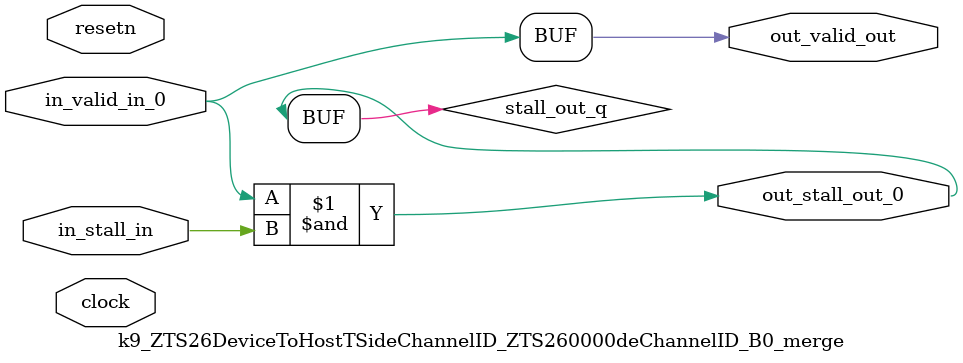
<source format=sv>



(* altera_attribute = "-name AUTO_SHIFT_REGISTER_RECOGNITION OFF; -name MESSAGE_DISABLE 10036; -name MESSAGE_DISABLE 10037; -name MESSAGE_DISABLE 14130; -name MESSAGE_DISABLE 14320; -name MESSAGE_DISABLE 15400; -name MESSAGE_DISABLE 14130; -name MESSAGE_DISABLE 10036; -name MESSAGE_DISABLE 12020; -name MESSAGE_DISABLE 12030; -name MESSAGE_DISABLE 12010; -name MESSAGE_DISABLE 12110; -name MESSAGE_DISABLE 14320; -name MESSAGE_DISABLE 13410; -name MESSAGE_DISABLE 113007; -name MESSAGE_DISABLE 10958" *)
module k9_ZTS26DeviceToHostTSideChannelID_ZTS260000deChannelID_B0_merge (
    input wire [0:0] in_stall_in,
    input wire [0:0] in_valid_in_0,
    output wire [0:0] out_stall_out_0,
    output wire [0:0] out_valid_out,
    input wire clock,
    input wire resetn
    );

    wire [0:0] stall_out_q;


    // stall_out(LOGICAL,6)
    assign stall_out_q = in_valid_in_0 & in_stall_in;

    // out_stall_out_0(GPOUT,4)
    assign out_stall_out_0 = stall_out_q;

    // out_valid_out(GPOUT,5)
    assign out_valid_out = in_valid_in_0;

endmodule

</source>
